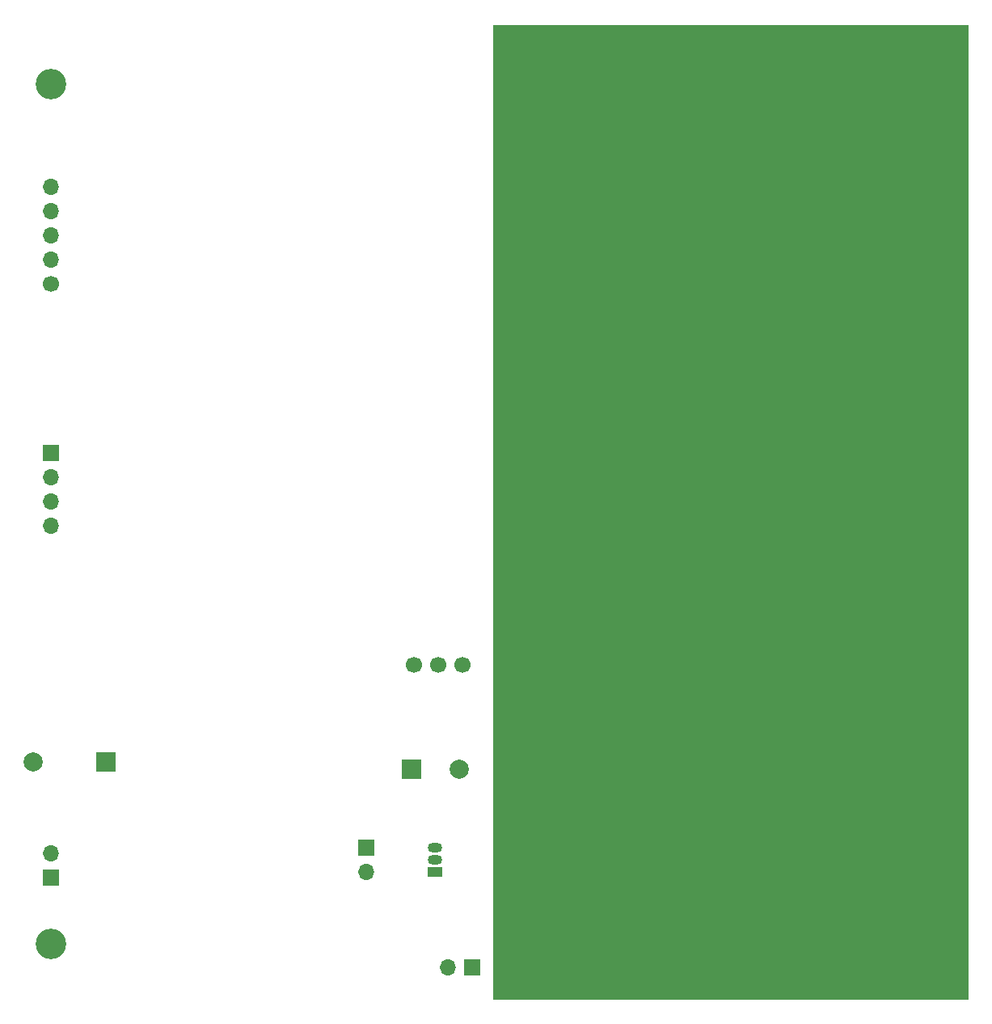
<source format=gbr>
%TF.GenerationSoftware,KiCad,Pcbnew,(5.1.8)-1*%
%TF.CreationDate,2020-11-22T08:19:10+01:00*%
%TF.ProjectId,leaky,6c65616b-792e-46b6-9963-61645f706362,rev?*%
%TF.SameCoordinates,Original*%
%TF.FileFunction,Soldermask,Bot*%
%TF.FilePolarity,Negative*%
%FSLAX46Y46*%
G04 Gerber Fmt 4.6, Leading zero omitted, Abs format (unit mm)*
G04 Created by KiCad (PCBNEW (5.1.8)-1) date 2020-11-22 08:19:10*
%MOMM*%
%LPD*%
G01*
G04 APERTURE LIST*
%ADD10C,0.100000*%
%ADD11C,3.200000*%
%ADD12C,1.700000*%
%ADD13R,1.700000X1.700000*%
%ADD14O,1.700000X1.700000*%
%ADD15R,2.000000X2.000000*%
%ADD16C,2.000000*%
%ADD17O,1.500000X1.050000*%
%ADD18R,1.500000X1.050000*%
G04 APERTURE END LIST*
D10*
G36*
X121000000Y-120750000D02*
G01*
X71300000Y-120750000D01*
X71300000Y-18750000D01*
X121000000Y-18750000D01*
X121000000Y-120750000D01*
G37*
X121000000Y-120750000D02*
X71300000Y-120750000D01*
X71300000Y-18750000D01*
X121000000Y-18750000D01*
X121000000Y-120750000D01*
D11*
%TO.C,H3*%
X115000000Y-25000000D03*
%TD*%
%TO.C,H4*%
X115000000Y-115000000D03*
%TD*%
D12*
%TO.C,U1*%
X68040000Y-85720000D03*
X65500000Y-85720000D03*
X62960000Y-85720000D03*
%TD*%
D13*
%TO.C,J1*%
X25000000Y-63550000D03*
D14*
X25000000Y-66090000D03*
X25000000Y-68630000D03*
X25000000Y-71170000D03*
%TD*%
%TO.C,JP1*%
X25000000Y-105500000D03*
D13*
X25000000Y-108040000D03*
%TD*%
%TO.C,JP2*%
X58000000Y-104900000D03*
D14*
X58000000Y-107440000D03*
%TD*%
D13*
%TO.C,SW1*%
X69100000Y-117400000D03*
D14*
X66560000Y-117400000D03*
%TD*%
D15*
%TO.C,BZ1*%
X30700000Y-95950000D03*
D16*
X23100000Y-95950000D03*
%TD*%
D12*
%TO.C,J2*%
X25000000Y-45900000D03*
D14*
X25000000Y-43360000D03*
X25000000Y-40820000D03*
X25000000Y-38280000D03*
X25000000Y-35740000D03*
%TD*%
D11*
%TO.C,H1*%
X25000000Y-25000000D03*
%TD*%
%TO.C,H2*%
X25000000Y-115000000D03*
%TD*%
D15*
%TO.C,C1*%
X62750000Y-96650000D03*
D16*
X67750000Y-96650000D03*
%TD*%
D17*
%TO.C,Q1*%
X65150000Y-106150000D03*
X65150000Y-104880000D03*
D18*
X65150000Y-107420000D03*
%TD*%
M02*

</source>
